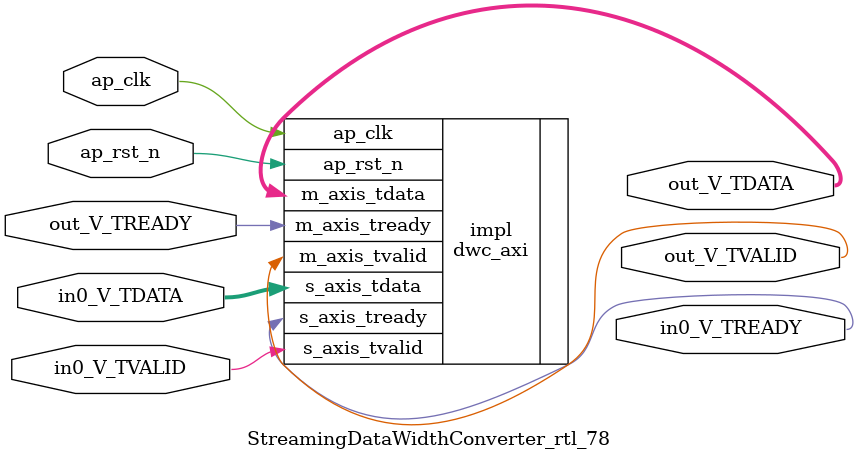
<source format=v>
/******************************************************************************
 * Copyright (C) 2023, Advanced Micro Devices, Inc.
 * All rights reserved.
 *
 * Redistribution and use in source and binary forms, with or without
 * modification, are permitted provided that the following conditions are met:
 *
 *  1. Redistributions of source code must retain the above copyright notice,
 *     this list of conditions and the following disclaimer.
 *
 *  2. Redistributions in binary form must reproduce the above copyright
 *     notice, this list of conditions and the following disclaimer in the
 *     documentation and/or other materials provided with the distribution.
 *
 *  3. Neither the name of the copyright holder nor the names of its
 *     contributors may be used to endorse or promote products derived from
 *     this software without specific prior written permission.
 *
 * THIS SOFTWARE IS PROVIDED BY THE COPYRIGHT HOLDERS AND CONTRIBUTORS "AS IS"
 * AND ANY EXPRESS OR IMPLIED WARRANTIES, INCLUDING, BUT NOT LIMITED TO,
 * THE IMPLIED WARRANTIES OF MERCHANTABILITY AND FITNESS FOR A PARTICULAR
 * PURPOSE ARE DISCLAIMED. IN NO EVENT SHALL THE COPYRIGHT HOLDER OR
 * CONTRIBUTORS BE LIABLE FOR ANY DIRECT, INDIRECT, INCIDENTAL, SPECIAL,
 * EXEMPLARY, OR CONSEQUENTIAL DAMAGES (INCLUDING, BUT NOT LIMITED TO,
 * PROCUREMENT OF SUBSTITUTE GOODS OR SERVICES; LOSS OF USE, DATA, OR PROFITS;
 * OR BUSINESS INTERRUPTION). HOWEVER CAUSED AND ON ANY THEORY OF LIABILITY,
 * WHETHER IN CONTRACT, STRICT LIABILITY, OR TORT (INCLUDING NEGLIGENCE OR
 * OTHERWISE) ARISING IN ANY WAY OUT OF THE USE OF THIS SOFTWARE, EVEN IF
 * ADVISED OF THE POSSIBILITY OF SUCH DAMAGE.
 *****************************************************************************/

module StreamingDataWidthConverter_rtl_78 #(
	parameter  IBITS = 200,
	parameter  OBITS = 4,

	parameter  AXI_IBITS = (IBITS+7)/8 * 8,
	parameter  AXI_OBITS = (OBITS+7)/8 * 8
)(
	//- Global Control ------------------
	(* X_INTERFACE_INFO = "xilinx.com:signal:clock:1.0 ap_clk CLK" *)
	(* X_INTERFACE_PARAMETER = "ASSOCIATED_BUSIF in0_V:out_V, ASSOCIATED_RESET ap_rst_n" *)
	input	ap_clk,
	(* X_INTERFACE_PARAMETER = "POLARITY ACTIVE_LOW" *)
	input	ap_rst_n,

	//- AXI Stream - Input --------------
	output	in0_V_TREADY,
	input	in0_V_TVALID,
	input	[AXI_IBITS-1:0]  in0_V_TDATA,

	//- AXI Stream - Output -------------
	input	out_V_TREADY,
	output	out_V_TVALID,
	output	[AXI_OBITS-1:0]  out_V_TDATA
);

	dwc_axi #(
		.IBITS(IBITS),
		.OBITS(OBITS)
	) impl (
		.ap_clk(ap_clk),
		.ap_rst_n(ap_rst_n),
		.s_axis_tready(in0_V_TREADY),
		.s_axis_tvalid(in0_V_TVALID),
		.s_axis_tdata(in0_V_TDATA),
		.m_axis_tready(out_V_TREADY),
		.m_axis_tvalid(out_V_TVALID),
		.m_axis_tdata(out_V_TDATA)
	);

endmodule

</source>
